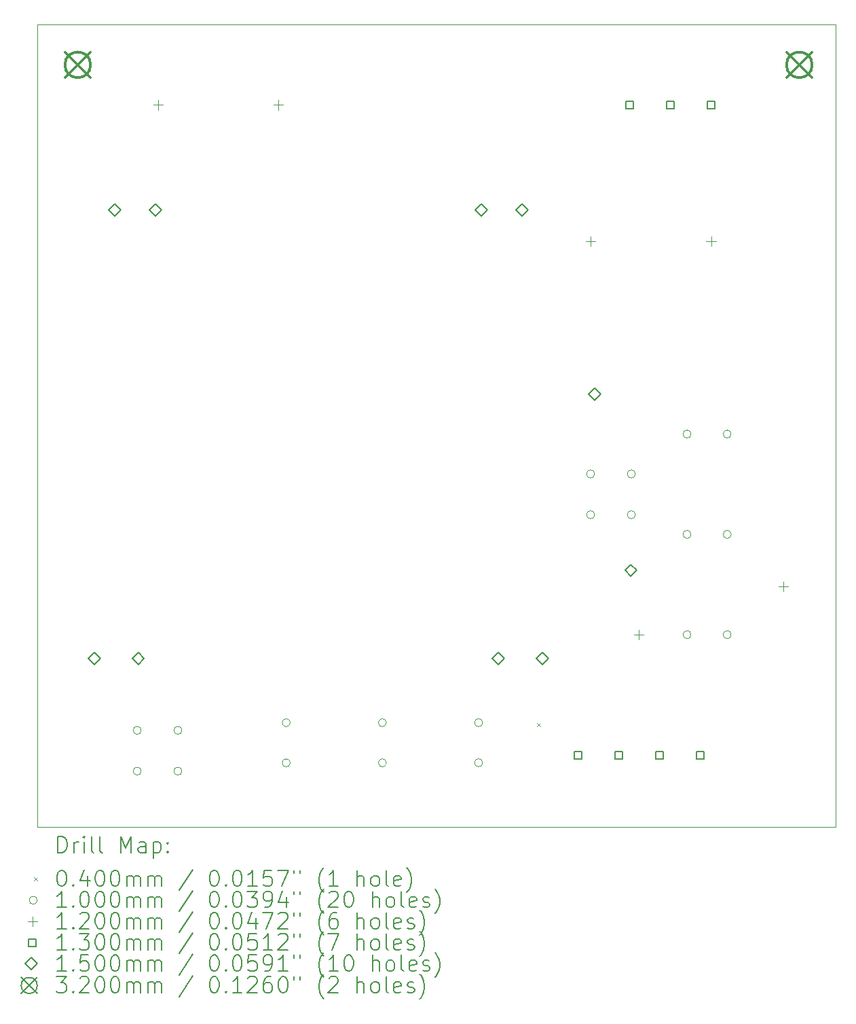
<source format=gbr>
%TF.GenerationSoftware,KiCad,Pcbnew,6.0.8+dfsg-1~bpo11+1+rpt1*%
%TF.CreationDate,2023-02-05T13:31:25+00:00*%
%TF.ProjectId,MaxDC,4d617844-432e-46b6-9963-61645f706362,0.3*%
%TF.SameCoordinates,Original*%
%TF.FileFunction,Drillmap*%
%TF.FilePolarity,Positive*%
%FSLAX45Y45*%
G04 Gerber Fmt 4.5, Leading zero omitted, Abs format (unit mm)*
G04 Created by KiCad (PCBNEW 6.0.8+dfsg-1~bpo11+1+rpt1) date 2023-02-05 13:31:25*
%MOMM*%
%LPD*%
G01*
G04 APERTURE LIST*
%ADD10C,0.100000*%
%ADD11C,0.200000*%
%ADD12C,0.040000*%
%ADD13C,0.120000*%
%ADD14C,0.130000*%
%ADD15C,0.150000*%
%ADD16C,0.320000*%
G04 APERTURE END LIST*
D10*
X19950000Y-15000000D02*
X10000000Y-15000000D01*
X10000000Y-15000000D02*
X10000000Y-5000000D01*
X10000000Y-5000000D02*
X19950000Y-5000000D01*
X19950000Y-5000000D02*
X19950000Y-15000000D01*
D11*
D12*
X16230000Y-13700000D02*
X16270000Y-13740000D01*
X16270000Y-13700000D02*
X16230000Y-13740000D01*
D10*
X11292000Y-13792000D02*
G75*
G03*
X11292000Y-13792000I-50000J0D01*
G01*
X11292000Y-14300000D02*
G75*
G03*
X11292000Y-14300000I-50000J0D01*
G01*
X11800000Y-13792000D02*
G75*
G03*
X11800000Y-13792000I-50000J0D01*
G01*
X11800000Y-14300000D02*
G75*
G03*
X11800000Y-14300000I-50000J0D01*
G01*
X13150000Y-13696768D02*
G75*
G03*
X13150000Y-13696768I-50000J0D01*
G01*
X13150000Y-14196768D02*
G75*
G03*
X13150000Y-14196768I-50000J0D01*
G01*
X14350000Y-13696768D02*
G75*
G03*
X14350000Y-13696768I-50000J0D01*
G01*
X14350000Y-14196768D02*
G75*
G03*
X14350000Y-14196768I-50000J0D01*
G01*
X15550000Y-13696768D02*
G75*
G03*
X15550000Y-13696768I-50000J0D01*
G01*
X15550000Y-14196768D02*
G75*
G03*
X15550000Y-14196768I-50000J0D01*
G01*
X16946500Y-10597500D02*
G75*
G03*
X16946500Y-10597500I-50000J0D01*
G01*
X16946500Y-11105500D02*
G75*
G03*
X16946500Y-11105500I-50000J0D01*
G01*
X17454500Y-10597500D02*
G75*
G03*
X17454500Y-10597500I-50000J0D01*
G01*
X17454500Y-11105500D02*
G75*
G03*
X17454500Y-11105500I-50000J0D01*
G01*
X18150000Y-10100000D02*
G75*
G03*
X18150000Y-10100000I-50000J0D01*
G01*
X18150000Y-11350000D02*
G75*
G03*
X18150000Y-11350000I-50000J0D01*
G01*
X18150000Y-12600000D02*
G75*
G03*
X18150000Y-12600000I-50000J0D01*
G01*
X18650000Y-10100000D02*
G75*
G03*
X18650000Y-10100000I-50000J0D01*
G01*
X18650000Y-11350000D02*
G75*
G03*
X18650000Y-11350000I-50000J0D01*
G01*
X18650000Y-12600000D02*
G75*
G03*
X18650000Y-12600000I-50000J0D01*
G01*
D13*
X11500000Y-5940000D02*
X11500000Y-6060000D01*
X11440000Y-6000000D02*
X11560000Y-6000000D01*
X13000000Y-5940000D02*
X13000000Y-6060000D01*
X12940000Y-6000000D02*
X13060000Y-6000000D01*
X16900000Y-7640000D02*
X16900000Y-7760000D01*
X16840000Y-7700000D02*
X16960000Y-7700000D01*
X17500000Y-12540000D02*
X17500000Y-12660000D01*
X17440000Y-12600000D02*
X17560000Y-12600000D01*
X18400000Y-7640000D02*
X18400000Y-7760000D01*
X18340000Y-7700000D02*
X18460000Y-7700000D01*
X19300000Y-11940000D02*
X19300000Y-12060000D01*
X19240000Y-12000000D02*
X19360000Y-12000000D01*
D14*
X16783962Y-14145962D02*
X16783962Y-14054038D01*
X16692038Y-14054038D01*
X16692038Y-14145962D01*
X16783962Y-14145962D01*
X17291962Y-14145962D02*
X17291962Y-14054038D01*
X17200038Y-14054038D01*
X17200038Y-14145962D01*
X17291962Y-14145962D01*
X17429962Y-6045962D02*
X17429962Y-5954038D01*
X17338038Y-5954038D01*
X17338038Y-6045962D01*
X17429962Y-6045962D01*
X17799962Y-14145962D02*
X17799962Y-14054038D01*
X17708038Y-14054038D01*
X17708038Y-14145962D01*
X17799962Y-14145962D01*
X17937962Y-6045962D02*
X17937962Y-5954038D01*
X17846038Y-5954038D01*
X17846038Y-6045962D01*
X17937962Y-6045962D01*
X18307962Y-14145962D02*
X18307962Y-14054038D01*
X18216038Y-14054038D01*
X18216038Y-14145962D01*
X18307962Y-14145962D01*
X18445962Y-6045962D02*
X18445962Y-5954038D01*
X18354038Y-5954038D01*
X18354038Y-6045962D01*
X18445962Y-6045962D01*
D15*
X10706000Y-12969000D02*
X10781000Y-12894000D01*
X10706000Y-12819000D01*
X10631000Y-12894000D01*
X10706000Y-12969000D01*
X10960000Y-7381000D02*
X11035000Y-7306000D01*
X10960000Y-7231000D01*
X10885000Y-7306000D01*
X10960000Y-7381000D01*
X11254000Y-12969000D02*
X11329000Y-12894000D01*
X11254000Y-12819000D01*
X11179000Y-12894000D01*
X11254000Y-12969000D01*
X11468000Y-7381000D02*
X11543000Y-7306000D01*
X11468000Y-7231000D01*
X11393000Y-7306000D01*
X11468000Y-7381000D01*
X15532000Y-7381000D02*
X15607000Y-7306000D01*
X15532000Y-7231000D01*
X15457000Y-7306000D01*
X15532000Y-7381000D01*
X15746000Y-12969000D02*
X15821000Y-12894000D01*
X15746000Y-12819000D01*
X15671000Y-12894000D01*
X15746000Y-12969000D01*
X16040000Y-7381000D02*
X16115000Y-7306000D01*
X16040000Y-7231000D01*
X15965000Y-7306000D01*
X16040000Y-7381000D01*
X16294000Y-12969000D02*
X16369000Y-12894000D01*
X16294000Y-12819000D01*
X16219000Y-12894000D01*
X16294000Y-12969000D01*
X16950000Y-9675000D02*
X17025000Y-9600000D01*
X16950000Y-9525000D01*
X16875000Y-9600000D01*
X16950000Y-9675000D01*
X17400000Y-11875000D02*
X17475000Y-11800000D01*
X17400000Y-11725000D01*
X17325000Y-11800000D01*
X17400000Y-11875000D01*
D16*
X10340000Y-5340000D02*
X10660000Y-5660000D01*
X10660000Y-5340000D02*
X10340000Y-5660000D01*
X10660000Y-5500000D02*
G75*
G03*
X10660000Y-5500000I-160000J0D01*
G01*
X19340000Y-5340000D02*
X19660000Y-5660000D01*
X19660000Y-5340000D02*
X19340000Y-5660000D01*
X19660000Y-5500000D02*
G75*
G03*
X19660000Y-5500000I-160000J0D01*
G01*
D11*
X10252619Y-15315476D02*
X10252619Y-15115476D01*
X10300238Y-15115476D01*
X10328810Y-15125000D01*
X10347857Y-15144048D01*
X10357381Y-15163095D01*
X10366905Y-15201190D01*
X10366905Y-15229762D01*
X10357381Y-15267857D01*
X10347857Y-15286905D01*
X10328810Y-15305952D01*
X10300238Y-15315476D01*
X10252619Y-15315476D01*
X10452619Y-15315476D02*
X10452619Y-15182143D01*
X10452619Y-15220238D02*
X10462143Y-15201190D01*
X10471667Y-15191667D01*
X10490714Y-15182143D01*
X10509762Y-15182143D01*
X10576429Y-15315476D02*
X10576429Y-15182143D01*
X10576429Y-15115476D02*
X10566905Y-15125000D01*
X10576429Y-15134524D01*
X10585952Y-15125000D01*
X10576429Y-15115476D01*
X10576429Y-15134524D01*
X10700238Y-15315476D02*
X10681190Y-15305952D01*
X10671667Y-15286905D01*
X10671667Y-15115476D01*
X10805000Y-15315476D02*
X10785952Y-15305952D01*
X10776429Y-15286905D01*
X10776429Y-15115476D01*
X11033571Y-15315476D02*
X11033571Y-15115476D01*
X11100238Y-15258333D01*
X11166905Y-15115476D01*
X11166905Y-15315476D01*
X11347857Y-15315476D02*
X11347857Y-15210714D01*
X11338333Y-15191667D01*
X11319286Y-15182143D01*
X11281190Y-15182143D01*
X11262143Y-15191667D01*
X11347857Y-15305952D02*
X11328809Y-15315476D01*
X11281190Y-15315476D01*
X11262143Y-15305952D01*
X11252619Y-15286905D01*
X11252619Y-15267857D01*
X11262143Y-15248809D01*
X11281190Y-15239286D01*
X11328809Y-15239286D01*
X11347857Y-15229762D01*
X11443095Y-15182143D02*
X11443095Y-15382143D01*
X11443095Y-15191667D02*
X11462143Y-15182143D01*
X11500238Y-15182143D01*
X11519286Y-15191667D01*
X11528809Y-15201190D01*
X11538333Y-15220238D01*
X11538333Y-15277381D01*
X11528809Y-15296428D01*
X11519286Y-15305952D01*
X11500238Y-15315476D01*
X11462143Y-15315476D01*
X11443095Y-15305952D01*
X11624048Y-15296428D02*
X11633571Y-15305952D01*
X11624048Y-15315476D01*
X11614524Y-15305952D01*
X11624048Y-15296428D01*
X11624048Y-15315476D01*
X11624048Y-15191667D02*
X11633571Y-15201190D01*
X11624048Y-15210714D01*
X11614524Y-15201190D01*
X11624048Y-15191667D01*
X11624048Y-15210714D01*
D12*
X9955000Y-15625000D02*
X9995000Y-15665000D01*
X9995000Y-15625000D02*
X9955000Y-15665000D01*
D11*
X10290714Y-15535476D02*
X10309762Y-15535476D01*
X10328810Y-15545000D01*
X10338333Y-15554524D01*
X10347857Y-15573571D01*
X10357381Y-15611667D01*
X10357381Y-15659286D01*
X10347857Y-15697381D01*
X10338333Y-15716428D01*
X10328810Y-15725952D01*
X10309762Y-15735476D01*
X10290714Y-15735476D01*
X10271667Y-15725952D01*
X10262143Y-15716428D01*
X10252619Y-15697381D01*
X10243095Y-15659286D01*
X10243095Y-15611667D01*
X10252619Y-15573571D01*
X10262143Y-15554524D01*
X10271667Y-15545000D01*
X10290714Y-15535476D01*
X10443095Y-15716428D02*
X10452619Y-15725952D01*
X10443095Y-15735476D01*
X10433571Y-15725952D01*
X10443095Y-15716428D01*
X10443095Y-15735476D01*
X10624048Y-15602143D02*
X10624048Y-15735476D01*
X10576429Y-15525952D02*
X10528810Y-15668809D01*
X10652619Y-15668809D01*
X10766905Y-15535476D02*
X10785952Y-15535476D01*
X10805000Y-15545000D01*
X10814524Y-15554524D01*
X10824048Y-15573571D01*
X10833571Y-15611667D01*
X10833571Y-15659286D01*
X10824048Y-15697381D01*
X10814524Y-15716428D01*
X10805000Y-15725952D01*
X10785952Y-15735476D01*
X10766905Y-15735476D01*
X10747857Y-15725952D01*
X10738333Y-15716428D01*
X10728810Y-15697381D01*
X10719286Y-15659286D01*
X10719286Y-15611667D01*
X10728810Y-15573571D01*
X10738333Y-15554524D01*
X10747857Y-15545000D01*
X10766905Y-15535476D01*
X10957381Y-15535476D02*
X10976429Y-15535476D01*
X10995476Y-15545000D01*
X11005000Y-15554524D01*
X11014524Y-15573571D01*
X11024048Y-15611667D01*
X11024048Y-15659286D01*
X11014524Y-15697381D01*
X11005000Y-15716428D01*
X10995476Y-15725952D01*
X10976429Y-15735476D01*
X10957381Y-15735476D01*
X10938333Y-15725952D01*
X10928810Y-15716428D01*
X10919286Y-15697381D01*
X10909762Y-15659286D01*
X10909762Y-15611667D01*
X10919286Y-15573571D01*
X10928810Y-15554524D01*
X10938333Y-15545000D01*
X10957381Y-15535476D01*
X11109762Y-15735476D02*
X11109762Y-15602143D01*
X11109762Y-15621190D02*
X11119286Y-15611667D01*
X11138333Y-15602143D01*
X11166905Y-15602143D01*
X11185952Y-15611667D01*
X11195476Y-15630714D01*
X11195476Y-15735476D01*
X11195476Y-15630714D02*
X11205000Y-15611667D01*
X11224048Y-15602143D01*
X11252619Y-15602143D01*
X11271667Y-15611667D01*
X11281190Y-15630714D01*
X11281190Y-15735476D01*
X11376428Y-15735476D02*
X11376428Y-15602143D01*
X11376428Y-15621190D02*
X11385952Y-15611667D01*
X11405000Y-15602143D01*
X11433571Y-15602143D01*
X11452619Y-15611667D01*
X11462143Y-15630714D01*
X11462143Y-15735476D01*
X11462143Y-15630714D02*
X11471667Y-15611667D01*
X11490714Y-15602143D01*
X11519286Y-15602143D01*
X11538333Y-15611667D01*
X11547857Y-15630714D01*
X11547857Y-15735476D01*
X11938333Y-15525952D02*
X11766905Y-15783095D01*
X12195476Y-15535476D02*
X12214524Y-15535476D01*
X12233571Y-15545000D01*
X12243095Y-15554524D01*
X12252619Y-15573571D01*
X12262143Y-15611667D01*
X12262143Y-15659286D01*
X12252619Y-15697381D01*
X12243095Y-15716428D01*
X12233571Y-15725952D01*
X12214524Y-15735476D01*
X12195476Y-15735476D01*
X12176428Y-15725952D01*
X12166905Y-15716428D01*
X12157381Y-15697381D01*
X12147857Y-15659286D01*
X12147857Y-15611667D01*
X12157381Y-15573571D01*
X12166905Y-15554524D01*
X12176428Y-15545000D01*
X12195476Y-15535476D01*
X12347857Y-15716428D02*
X12357381Y-15725952D01*
X12347857Y-15735476D01*
X12338333Y-15725952D01*
X12347857Y-15716428D01*
X12347857Y-15735476D01*
X12481190Y-15535476D02*
X12500238Y-15535476D01*
X12519286Y-15545000D01*
X12528809Y-15554524D01*
X12538333Y-15573571D01*
X12547857Y-15611667D01*
X12547857Y-15659286D01*
X12538333Y-15697381D01*
X12528809Y-15716428D01*
X12519286Y-15725952D01*
X12500238Y-15735476D01*
X12481190Y-15735476D01*
X12462143Y-15725952D01*
X12452619Y-15716428D01*
X12443095Y-15697381D01*
X12433571Y-15659286D01*
X12433571Y-15611667D01*
X12443095Y-15573571D01*
X12452619Y-15554524D01*
X12462143Y-15545000D01*
X12481190Y-15535476D01*
X12738333Y-15735476D02*
X12624048Y-15735476D01*
X12681190Y-15735476D02*
X12681190Y-15535476D01*
X12662143Y-15564048D01*
X12643095Y-15583095D01*
X12624048Y-15592619D01*
X12919286Y-15535476D02*
X12824048Y-15535476D01*
X12814524Y-15630714D01*
X12824048Y-15621190D01*
X12843095Y-15611667D01*
X12890714Y-15611667D01*
X12909762Y-15621190D01*
X12919286Y-15630714D01*
X12928809Y-15649762D01*
X12928809Y-15697381D01*
X12919286Y-15716428D01*
X12909762Y-15725952D01*
X12890714Y-15735476D01*
X12843095Y-15735476D01*
X12824048Y-15725952D01*
X12814524Y-15716428D01*
X12995476Y-15535476D02*
X13128809Y-15535476D01*
X13043095Y-15735476D01*
X13195476Y-15535476D02*
X13195476Y-15573571D01*
X13271667Y-15535476D02*
X13271667Y-15573571D01*
X13566905Y-15811667D02*
X13557381Y-15802143D01*
X13538333Y-15773571D01*
X13528809Y-15754524D01*
X13519286Y-15725952D01*
X13509762Y-15678333D01*
X13509762Y-15640238D01*
X13519286Y-15592619D01*
X13528809Y-15564048D01*
X13538333Y-15545000D01*
X13557381Y-15516428D01*
X13566905Y-15506905D01*
X13747857Y-15735476D02*
X13633571Y-15735476D01*
X13690714Y-15735476D02*
X13690714Y-15535476D01*
X13671667Y-15564048D01*
X13652619Y-15583095D01*
X13633571Y-15592619D01*
X13985952Y-15735476D02*
X13985952Y-15535476D01*
X14071667Y-15735476D02*
X14071667Y-15630714D01*
X14062143Y-15611667D01*
X14043095Y-15602143D01*
X14014524Y-15602143D01*
X13995476Y-15611667D01*
X13985952Y-15621190D01*
X14195476Y-15735476D02*
X14176428Y-15725952D01*
X14166905Y-15716428D01*
X14157381Y-15697381D01*
X14157381Y-15640238D01*
X14166905Y-15621190D01*
X14176428Y-15611667D01*
X14195476Y-15602143D01*
X14224048Y-15602143D01*
X14243095Y-15611667D01*
X14252619Y-15621190D01*
X14262143Y-15640238D01*
X14262143Y-15697381D01*
X14252619Y-15716428D01*
X14243095Y-15725952D01*
X14224048Y-15735476D01*
X14195476Y-15735476D01*
X14376428Y-15735476D02*
X14357381Y-15725952D01*
X14347857Y-15706905D01*
X14347857Y-15535476D01*
X14528809Y-15725952D02*
X14509762Y-15735476D01*
X14471667Y-15735476D01*
X14452619Y-15725952D01*
X14443095Y-15706905D01*
X14443095Y-15630714D01*
X14452619Y-15611667D01*
X14471667Y-15602143D01*
X14509762Y-15602143D01*
X14528809Y-15611667D01*
X14538333Y-15630714D01*
X14538333Y-15649762D01*
X14443095Y-15668809D01*
X14605000Y-15811667D02*
X14614524Y-15802143D01*
X14633571Y-15773571D01*
X14643095Y-15754524D01*
X14652619Y-15725952D01*
X14662143Y-15678333D01*
X14662143Y-15640238D01*
X14652619Y-15592619D01*
X14643095Y-15564048D01*
X14633571Y-15545000D01*
X14614524Y-15516428D01*
X14605000Y-15506905D01*
D10*
X9995000Y-15909000D02*
G75*
G03*
X9995000Y-15909000I-50000J0D01*
G01*
D11*
X10357381Y-15999476D02*
X10243095Y-15999476D01*
X10300238Y-15999476D02*
X10300238Y-15799476D01*
X10281190Y-15828048D01*
X10262143Y-15847095D01*
X10243095Y-15856619D01*
X10443095Y-15980428D02*
X10452619Y-15989952D01*
X10443095Y-15999476D01*
X10433571Y-15989952D01*
X10443095Y-15980428D01*
X10443095Y-15999476D01*
X10576429Y-15799476D02*
X10595476Y-15799476D01*
X10614524Y-15809000D01*
X10624048Y-15818524D01*
X10633571Y-15837571D01*
X10643095Y-15875667D01*
X10643095Y-15923286D01*
X10633571Y-15961381D01*
X10624048Y-15980428D01*
X10614524Y-15989952D01*
X10595476Y-15999476D01*
X10576429Y-15999476D01*
X10557381Y-15989952D01*
X10547857Y-15980428D01*
X10538333Y-15961381D01*
X10528810Y-15923286D01*
X10528810Y-15875667D01*
X10538333Y-15837571D01*
X10547857Y-15818524D01*
X10557381Y-15809000D01*
X10576429Y-15799476D01*
X10766905Y-15799476D02*
X10785952Y-15799476D01*
X10805000Y-15809000D01*
X10814524Y-15818524D01*
X10824048Y-15837571D01*
X10833571Y-15875667D01*
X10833571Y-15923286D01*
X10824048Y-15961381D01*
X10814524Y-15980428D01*
X10805000Y-15989952D01*
X10785952Y-15999476D01*
X10766905Y-15999476D01*
X10747857Y-15989952D01*
X10738333Y-15980428D01*
X10728810Y-15961381D01*
X10719286Y-15923286D01*
X10719286Y-15875667D01*
X10728810Y-15837571D01*
X10738333Y-15818524D01*
X10747857Y-15809000D01*
X10766905Y-15799476D01*
X10957381Y-15799476D02*
X10976429Y-15799476D01*
X10995476Y-15809000D01*
X11005000Y-15818524D01*
X11014524Y-15837571D01*
X11024048Y-15875667D01*
X11024048Y-15923286D01*
X11014524Y-15961381D01*
X11005000Y-15980428D01*
X10995476Y-15989952D01*
X10976429Y-15999476D01*
X10957381Y-15999476D01*
X10938333Y-15989952D01*
X10928810Y-15980428D01*
X10919286Y-15961381D01*
X10909762Y-15923286D01*
X10909762Y-15875667D01*
X10919286Y-15837571D01*
X10928810Y-15818524D01*
X10938333Y-15809000D01*
X10957381Y-15799476D01*
X11109762Y-15999476D02*
X11109762Y-15866143D01*
X11109762Y-15885190D02*
X11119286Y-15875667D01*
X11138333Y-15866143D01*
X11166905Y-15866143D01*
X11185952Y-15875667D01*
X11195476Y-15894714D01*
X11195476Y-15999476D01*
X11195476Y-15894714D02*
X11205000Y-15875667D01*
X11224048Y-15866143D01*
X11252619Y-15866143D01*
X11271667Y-15875667D01*
X11281190Y-15894714D01*
X11281190Y-15999476D01*
X11376428Y-15999476D02*
X11376428Y-15866143D01*
X11376428Y-15885190D02*
X11385952Y-15875667D01*
X11405000Y-15866143D01*
X11433571Y-15866143D01*
X11452619Y-15875667D01*
X11462143Y-15894714D01*
X11462143Y-15999476D01*
X11462143Y-15894714D02*
X11471667Y-15875667D01*
X11490714Y-15866143D01*
X11519286Y-15866143D01*
X11538333Y-15875667D01*
X11547857Y-15894714D01*
X11547857Y-15999476D01*
X11938333Y-15789952D02*
X11766905Y-16047095D01*
X12195476Y-15799476D02*
X12214524Y-15799476D01*
X12233571Y-15809000D01*
X12243095Y-15818524D01*
X12252619Y-15837571D01*
X12262143Y-15875667D01*
X12262143Y-15923286D01*
X12252619Y-15961381D01*
X12243095Y-15980428D01*
X12233571Y-15989952D01*
X12214524Y-15999476D01*
X12195476Y-15999476D01*
X12176428Y-15989952D01*
X12166905Y-15980428D01*
X12157381Y-15961381D01*
X12147857Y-15923286D01*
X12147857Y-15875667D01*
X12157381Y-15837571D01*
X12166905Y-15818524D01*
X12176428Y-15809000D01*
X12195476Y-15799476D01*
X12347857Y-15980428D02*
X12357381Y-15989952D01*
X12347857Y-15999476D01*
X12338333Y-15989952D01*
X12347857Y-15980428D01*
X12347857Y-15999476D01*
X12481190Y-15799476D02*
X12500238Y-15799476D01*
X12519286Y-15809000D01*
X12528809Y-15818524D01*
X12538333Y-15837571D01*
X12547857Y-15875667D01*
X12547857Y-15923286D01*
X12538333Y-15961381D01*
X12528809Y-15980428D01*
X12519286Y-15989952D01*
X12500238Y-15999476D01*
X12481190Y-15999476D01*
X12462143Y-15989952D01*
X12452619Y-15980428D01*
X12443095Y-15961381D01*
X12433571Y-15923286D01*
X12433571Y-15875667D01*
X12443095Y-15837571D01*
X12452619Y-15818524D01*
X12462143Y-15809000D01*
X12481190Y-15799476D01*
X12614524Y-15799476D02*
X12738333Y-15799476D01*
X12671667Y-15875667D01*
X12700238Y-15875667D01*
X12719286Y-15885190D01*
X12728809Y-15894714D01*
X12738333Y-15913762D01*
X12738333Y-15961381D01*
X12728809Y-15980428D01*
X12719286Y-15989952D01*
X12700238Y-15999476D01*
X12643095Y-15999476D01*
X12624048Y-15989952D01*
X12614524Y-15980428D01*
X12833571Y-15999476D02*
X12871667Y-15999476D01*
X12890714Y-15989952D01*
X12900238Y-15980428D01*
X12919286Y-15951857D01*
X12928809Y-15913762D01*
X12928809Y-15837571D01*
X12919286Y-15818524D01*
X12909762Y-15809000D01*
X12890714Y-15799476D01*
X12852619Y-15799476D01*
X12833571Y-15809000D01*
X12824048Y-15818524D01*
X12814524Y-15837571D01*
X12814524Y-15885190D01*
X12824048Y-15904238D01*
X12833571Y-15913762D01*
X12852619Y-15923286D01*
X12890714Y-15923286D01*
X12909762Y-15913762D01*
X12919286Y-15904238D01*
X12928809Y-15885190D01*
X13100238Y-15866143D02*
X13100238Y-15999476D01*
X13052619Y-15789952D02*
X13005000Y-15932809D01*
X13128809Y-15932809D01*
X13195476Y-15799476D02*
X13195476Y-15837571D01*
X13271667Y-15799476D02*
X13271667Y-15837571D01*
X13566905Y-16075667D02*
X13557381Y-16066143D01*
X13538333Y-16037571D01*
X13528809Y-16018524D01*
X13519286Y-15989952D01*
X13509762Y-15942333D01*
X13509762Y-15904238D01*
X13519286Y-15856619D01*
X13528809Y-15828048D01*
X13538333Y-15809000D01*
X13557381Y-15780428D01*
X13566905Y-15770905D01*
X13633571Y-15818524D02*
X13643095Y-15809000D01*
X13662143Y-15799476D01*
X13709762Y-15799476D01*
X13728809Y-15809000D01*
X13738333Y-15818524D01*
X13747857Y-15837571D01*
X13747857Y-15856619D01*
X13738333Y-15885190D01*
X13624048Y-15999476D01*
X13747857Y-15999476D01*
X13871667Y-15799476D02*
X13890714Y-15799476D01*
X13909762Y-15809000D01*
X13919286Y-15818524D01*
X13928809Y-15837571D01*
X13938333Y-15875667D01*
X13938333Y-15923286D01*
X13928809Y-15961381D01*
X13919286Y-15980428D01*
X13909762Y-15989952D01*
X13890714Y-15999476D01*
X13871667Y-15999476D01*
X13852619Y-15989952D01*
X13843095Y-15980428D01*
X13833571Y-15961381D01*
X13824048Y-15923286D01*
X13824048Y-15875667D01*
X13833571Y-15837571D01*
X13843095Y-15818524D01*
X13852619Y-15809000D01*
X13871667Y-15799476D01*
X14176428Y-15999476D02*
X14176428Y-15799476D01*
X14262143Y-15999476D02*
X14262143Y-15894714D01*
X14252619Y-15875667D01*
X14233571Y-15866143D01*
X14205000Y-15866143D01*
X14185952Y-15875667D01*
X14176428Y-15885190D01*
X14385952Y-15999476D02*
X14366905Y-15989952D01*
X14357381Y-15980428D01*
X14347857Y-15961381D01*
X14347857Y-15904238D01*
X14357381Y-15885190D01*
X14366905Y-15875667D01*
X14385952Y-15866143D01*
X14414524Y-15866143D01*
X14433571Y-15875667D01*
X14443095Y-15885190D01*
X14452619Y-15904238D01*
X14452619Y-15961381D01*
X14443095Y-15980428D01*
X14433571Y-15989952D01*
X14414524Y-15999476D01*
X14385952Y-15999476D01*
X14566905Y-15999476D02*
X14547857Y-15989952D01*
X14538333Y-15970905D01*
X14538333Y-15799476D01*
X14719286Y-15989952D02*
X14700238Y-15999476D01*
X14662143Y-15999476D01*
X14643095Y-15989952D01*
X14633571Y-15970905D01*
X14633571Y-15894714D01*
X14643095Y-15875667D01*
X14662143Y-15866143D01*
X14700238Y-15866143D01*
X14719286Y-15875667D01*
X14728809Y-15894714D01*
X14728809Y-15913762D01*
X14633571Y-15932809D01*
X14805000Y-15989952D02*
X14824048Y-15999476D01*
X14862143Y-15999476D01*
X14881190Y-15989952D01*
X14890714Y-15970905D01*
X14890714Y-15961381D01*
X14881190Y-15942333D01*
X14862143Y-15932809D01*
X14833571Y-15932809D01*
X14814524Y-15923286D01*
X14805000Y-15904238D01*
X14805000Y-15894714D01*
X14814524Y-15875667D01*
X14833571Y-15866143D01*
X14862143Y-15866143D01*
X14881190Y-15875667D01*
X14957381Y-16075667D02*
X14966905Y-16066143D01*
X14985952Y-16037571D01*
X14995476Y-16018524D01*
X15005000Y-15989952D01*
X15014524Y-15942333D01*
X15014524Y-15904238D01*
X15005000Y-15856619D01*
X14995476Y-15828048D01*
X14985952Y-15809000D01*
X14966905Y-15780428D01*
X14957381Y-15770905D01*
D13*
X9935000Y-16113000D02*
X9935000Y-16233000D01*
X9875000Y-16173000D02*
X9995000Y-16173000D01*
D11*
X10357381Y-16263476D02*
X10243095Y-16263476D01*
X10300238Y-16263476D02*
X10300238Y-16063476D01*
X10281190Y-16092048D01*
X10262143Y-16111095D01*
X10243095Y-16120619D01*
X10443095Y-16244428D02*
X10452619Y-16253952D01*
X10443095Y-16263476D01*
X10433571Y-16253952D01*
X10443095Y-16244428D01*
X10443095Y-16263476D01*
X10528810Y-16082524D02*
X10538333Y-16073000D01*
X10557381Y-16063476D01*
X10605000Y-16063476D01*
X10624048Y-16073000D01*
X10633571Y-16082524D01*
X10643095Y-16101571D01*
X10643095Y-16120619D01*
X10633571Y-16149190D01*
X10519286Y-16263476D01*
X10643095Y-16263476D01*
X10766905Y-16063476D02*
X10785952Y-16063476D01*
X10805000Y-16073000D01*
X10814524Y-16082524D01*
X10824048Y-16101571D01*
X10833571Y-16139667D01*
X10833571Y-16187286D01*
X10824048Y-16225381D01*
X10814524Y-16244428D01*
X10805000Y-16253952D01*
X10785952Y-16263476D01*
X10766905Y-16263476D01*
X10747857Y-16253952D01*
X10738333Y-16244428D01*
X10728810Y-16225381D01*
X10719286Y-16187286D01*
X10719286Y-16139667D01*
X10728810Y-16101571D01*
X10738333Y-16082524D01*
X10747857Y-16073000D01*
X10766905Y-16063476D01*
X10957381Y-16063476D02*
X10976429Y-16063476D01*
X10995476Y-16073000D01*
X11005000Y-16082524D01*
X11014524Y-16101571D01*
X11024048Y-16139667D01*
X11024048Y-16187286D01*
X11014524Y-16225381D01*
X11005000Y-16244428D01*
X10995476Y-16253952D01*
X10976429Y-16263476D01*
X10957381Y-16263476D01*
X10938333Y-16253952D01*
X10928810Y-16244428D01*
X10919286Y-16225381D01*
X10909762Y-16187286D01*
X10909762Y-16139667D01*
X10919286Y-16101571D01*
X10928810Y-16082524D01*
X10938333Y-16073000D01*
X10957381Y-16063476D01*
X11109762Y-16263476D02*
X11109762Y-16130143D01*
X11109762Y-16149190D02*
X11119286Y-16139667D01*
X11138333Y-16130143D01*
X11166905Y-16130143D01*
X11185952Y-16139667D01*
X11195476Y-16158714D01*
X11195476Y-16263476D01*
X11195476Y-16158714D02*
X11205000Y-16139667D01*
X11224048Y-16130143D01*
X11252619Y-16130143D01*
X11271667Y-16139667D01*
X11281190Y-16158714D01*
X11281190Y-16263476D01*
X11376428Y-16263476D02*
X11376428Y-16130143D01*
X11376428Y-16149190D02*
X11385952Y-16139667D01*
X11405000Y-16130143D01*
X11433571Y-16130143D01*
X11452619Y-16139667D01*
X11462143Y-16158714D01*
X11462143Y-16263476D01*
X11462143Y-16158714D02*
X11471667Y-16139667D01*
X11490714Y-16130143D01*
X11519286Y-16130143D01*
X11538333Y-16139667D01*
X11547857Y-16158714D01*
X11547857Y-16263476D01*
X11938333Y-16053952D02*
X11766905Y-16311095D01*
X12195476Y-16063476D02*
X12214524Y-16063476D01*
X12233571Y-16073000D01*
X12243095Y-16082524D01*
X12252619Y-16101571D01*
X12262143Y-16139667D01*
X12262143Y-16187286D01*
X12252619Y-16225381D01*
X12243095Y-16244428D01*
X12233571Y-16253952D01*
X12214524Y-16263476D01*
X12195476Y-16263476D01*
X12176428Y-16253952D01*
X12166905Y-16244428D01*
X12157381Y-16225381D01*
X12147857Y-16187286D01*
X12147857Y-16139667D01*
X12157381Y-16101571D01*
X12166905Y-16082524D01*
X12176428Y-16073000D01*
X12195476Y-16063476D01*
X12347857Y-16244428D02*
X12357381Y-16253952D01*
X12347857Y-16263476D01*
X12338333Y-16253952D01*
X12347857Y-16244428D01*
X12347857Y-16263476D01*
X12481190Y-16063476D02*
X12500238Y-16063476D01*
X12519286Y-16073000D01*
X12528809Y-16082524D01*
X12538333Y-16101571D01*
X12547857Y-16139667D01*
X12547857Y-16187286D01*
X12538333Y-16225381D01*
X12528809Y-16244428D01*
X12519286Y-16253952D01*
X12500238Y-16263476D01*
X12481190Y-16263476D01*
X12462143Y-16253952D01*
X12452619Y-16244428D01*
X12443095Y-16225381D01*
X12433571Y-16187286D01*
X12433571Y-16139667D01*
X12443095Y-16101571D01*
X12452619Y-16082524D01*
X12462143Y-16073000D01*
X12481190Y-16063476D01*
X12719286Y-16130143D02*
X12719286Y-16263476D01*
X12671667Y-16053952D02*
X12624048Y-16196809D01*
X12747857Y-16196809D01*
X12805000Y-16063476D02*
X12938333Y-16063476D01*
X12852619Y-16263476D01*
X13005000Y-16082524D02*
X13014524Y-16073000D01*
X13033571Y-16063476D01*
X13081190Y-16063476D01*
X13100238Y-16073000D01*
X13109762Y-16082524D01*
X13119286Y-16101571D01*
X13119286Y-16120619D01*
X13109762Y-16149190D01*
X12995476Y-16263476D01*
X13119286Y-16263476D01*
X13195476Y-16063476D02*
X13195476Y-16101571D01*
X13271667Y-16063476D02*
X13271667Y-16101571D01*
X13566905Y-16339667D02*
X13557381Y-16330143D01*
X13538333Y-16301571D01*
X13528809Y-16282524D01*
X13519286Y-16253952D01*
X13509762Y-16206333D01*
X13509762Y-16168238D01*
X13519286Y-16120619D01*
X13528809Y-16092048D01*
X13538333Y-16073000D01*
X13557381Y-16044428D01*
X13566905Y-16034905D01*
X13728809Y-16063476D02*
X13690714Y-16063476D01*
X13671667Y-16073000D01*
X13662143Y-16082524D01*
X13643095Y-16111095D01*
X13633571Y-16149190D01*
X13633571Y-16225381D01*
X13643095Y-16244428D01*
X13652619Y-16253952D01*
X13671667Y-16263476D01*
X13709762Y-16263476D01*
X13728809Y-16253952D01*
X13738333Y-16244428D01*
X13747857Y-16225381D01*
X13747857Y-16177762D01*
X13738333Y-16158714D01*
X13728809Y-16149190D01*
X13709762Y-16139667D01*
X13671667Y-16139667D01*
X13652619Y-16149190D01*
X13643095Y-16158714D01*
X13633571Y-16177762D01*
X13985952Y-16263476D02*
X13985952Y-16063476D01*
X14071667Y-16263476D02*
X14071667Y-16158714D01*
X14062143Y-16139667D01*
X14043095Y-16130143D01*
X14014524Y-16130143D01*
X13995476Y-16139667D01*
X13985952Y-16149190D01*
X14195476Y-16263476D02*
X14176428Y-16253952D01*
X14166905Y-16244428D01*
X14157381Y-16225381D01*
X14157381Y-16168238D01*
X14166905Y-16149190D01*
X14176428Y-16139667D01*
X14195476Y-16130143D01*
X14224048Y-16130143D01*
X14243095Y-16139667D01*
X14252619Y-16149190D01*
X14262143Y-16168238D01*
X14262143Y-16225381D01*
X14252619Y-16244428D01*
X14243095Y-16253952D01*
X14224048Y-16263476D01*
X14195476Y-16263476D01*
X14376428Y-16263476D02*
X14357381Y-16253952D01*
X14347857Y-16234905D01*
X14347857Y-16063476D01*
X14528809Y-16253952D02*
X14509762Y-16263476D01*
X14471667Y-16263476D01*
X14452619Y-16253952D01*
X14443095Y-16234905D01*
X14443095Y-16158714D01*
X14452619Y-16139667D01*
X14471667Y-16130143D01*
X14509762Y-16130143D01*
X14528809Y-16139667D01*
X14538333Y-16158714D01*
X14538333Y-16177762D01*
X14443095Y-16196809D01*
X14614524Y-16253952D02*
X14633571Y-16263476D01*
X14671667Y-16263476D01*
X14690714Y-16253952D01*
X14700238Y-16234905D01*
X14700238Y-16225381D01*
X14690714Y-16206333D01*
X14671667Y-16196809D01*
X14643095Y-16196809D01*
X14624048Y-16187286D01*
X14614524Y-16168238D01*
X14614524Y-16158714D01*
X14624048Y-16139667D01*
X14643095Y-16130143D01*
X14671667Y-16130143D01*
X14690714Y-16139667D01*
X14766905Y-16339667D02*
X14776428Y-16330143D01*
X14795476Y-16301571D01*
X14805000Y-16282524D01*
X14814524Y-16253952D01*
X14824048Y-16206333D01*
X14824048Y-16168238D01*
X14814524Y-16120619D01*
X14805000Y-16092048D01*
X14795476Y-16073000D01*
X14776428Y-16044428D01*
X14766905Y-16034905D01*
D14*
X9975962Y-16482962D02*
X9975962Y-16391038D01*
X9884038Y-16391038D01*
X9884038Y-16482962D01*
X9975962Y-16482962D01*
D11*
X10357381Y-16527476D02*
X10243095Y-16527476D01*
X10300238Y-16527476D02*
X10300238Y-16327476D01*
X10281190Y-16356048D01*
X10262143Y-16375095D01*
X10243095Y-16384619D01*
X10443095Y-16508428D02*
X10452619Y-16517952D01*
X10443095Y-16527476D01*
X10433571Y-16517952D01*
X10443095Y-16508428D01*
X10443095Y-16527476D01*
X10519286Y-16327476D02*
X10643095Y-16327476D01*
X10576429Y-16403667D01*
X10605000Y-16403667D01*
X10624048Y-16413190D01*
X10633571Y-16422714D01*
X10643095Y-16441762D01*
X10643095Y-16489381D01*
X10633571Y-16508428D01*
X10624048Y-16517952D01*
X10605000Y-16527476D01*
X10547857Y-16527476D01*
X10528810Y-16517952D01*
X10519286Y-16508428D01*
X10766905Y-16327476D02*
X10785952Y-16327476D01*
X10805000Y-16337000D01*
X10814524Y-16346524D01*
X10824048Y-16365571D01*
X10833571Y-16403667D01*
X10833571Y-16451286D01*
X10824048Y-16489381D01*
X10814524Y-16508428D01*
X10805000Y-16517952D01*
X10785952Y-16527476D01*
X10766905Y-16527476D01*
X10747857Y-16517952D01*
X10738333Y-16508428D01*
X10728810Y-16489381D01*
X10719286Y-16451286D01*
X10719286Y-16403667D01*
X10728810Y-16365571D01*
X10738333Y-16346524D01*
X10747857Y-16337000D01*
X10766905Y-16327476D01*
X10957381Y-16327476D02*
X10976429Y-16327476D01*
X10995476Y-16337000D01*
X11005000Y-16346524D01*
X11014524Y-16365571D01*
X11024048Y-16403667D01*
X11024048Y-16451286D01*
X11014524Y-16489381D01*
X11005000Y-16508428D01*
X10995476Y-16517952D01*
X10976429Y-16527476D01*
X10957381Y-16527476D01*
X10938333Y-16517952D01*
X10928810Y-16508428D01*
X10919286Y-16489381D01*
X10909762Y-16451286D01*
X10909762Y-16403667D01*
X10919286Y-16365571D01*
X10928810Y-16346524D01*
X10938333Y-16337000D01*
X10957381Y-16327476D01*
X11109762Y-16527476D02*
X11109762Y-16394143D01*
X11109762Y-16413190D02*
X11119286Y-16403667D01*
X11138333Y-16394143D01*
X11166905Y-16394143D01*
X11185952Y-16403667D01*
X11195476Y-16422714D01*
X11195476Y-16527476D01*
X11195476Y-16422714D02*
X11205000Y-16403667D01*
X11224048Y-16394143D01*
X11252619Y-16394143D01*
X11271667Y-16403667D01*
X11281190Y-16422714D01*
X11281190Y-16527476D01*
X11376428Y-16527476D02*
X11376428Y-16394143D01*
X11376428Y-16413190D02*
X11385952Y-16403667D01*
X11405000Y-16394143D01*
X11433571Y-16394143D01*
X11452619Y-16403667D01*
X11462143Y-16422714D01*
X11462143Y-16527476D01*
X11462143Y-16422714D02*
X11471667Y-16403667D01*
X11490714Y-16394143D01*
X11519286Y-16394143D01*
X11538333Y-16403667D01*
X11547857Y-16422714D01*
X11547857Y-16527476D01*
X11938333Y-16317952D02*
X11766905Y-16575095D01*
X12195476Y-16327476D02*
X12214524Y-16327476D01*
X12233571Y-16337000D01*
X12243095Y-16346524D01*
X12252619Y-16365571D01*
X12262143Y-16403667D01*
X12262143Y-16451286D01*
X12252619Y-16489381D01*
X12243095Y-16508428D01*
X12233571Y-16517952D01*
X12214524Y-16527476D01*
X12195476Y-16527476D01*
X12176428Y-16517952D01*
X12166905Y-16508428D01*
X12157381Y-16489381D01*
X12147857Y-16451286D01*
X12147857Y-16403667D01*
X12157381Y-16365571D01*
X12166905Y-16346524D01*
X12176428Y-16337000D01*
X12195476Y-16327476D01*
X12347857Y-16508428D02*
X12357381Y-16517952D01*
X12347857Y-16527476D01*
X12338333Y-16517952D01*
X12347857Y-16508428D01*
X12347857Y-16527476D01*
X12481190Y-16327476D02*
X12500238Y-16327476D01*
X12519286Y-16337000D01*
X12528809Y-16346524D01*
X12538333Y-16365571D01*
X12547857Y-16403667D01*
X12547857Y-16451286D01*
X12538333Y-16489381D01*
X12528809Y-16508428D01*
X12519286Y-16517952D01*
X12500238Y-16527476D01*
X12481190Y-16527476D01*
X12462143Y-16517952D01*
X12452619Y-16508428D01*
X12443095Y-16489381D01*
X12433571Y-16451286D01*
X12433571Y-16403667D01*
X12443095Y-16365571D01*
X12452619Y-16346524D01*
X12462143Y-16337000D01*
X12481190Y-16327476D01*
X12728809Y-16327476D02*
X12633571Y-16327476D01*
X12624048Y-16422714D01*
X12633571Y-16413190D01*
X12652619Y-16403667D01*
X12700238Y-16403667D01*
X12719286Y-16413190D01*
X12728809Y-16422714D01*
X12738333Y-16441762D01*
X12738333Y-16489381D01*
X12728809Y-16508428D01*
X12719286Y-16517952D01*
X12700238Y-16527476D01*
X12652619Y-16527476D01*
X12633571Y-16517952D01*
X12624048Y-16508428D01*
X12928809Y-16527476D02*
X12814524Y-16527476D01*
X12871667Y-16527476D02*
X12871667Y-16327476D01*
X12852619Y-16356048D01*
X12833571Y-16375095D01*
X12814524Y-16384619D01*
X13005000Y-16346524D02*
X13014524Y-16337000D01*
X13033571Y-16327476D01*
X13081190Y-16327476D01*
X13100238Y-16337000D01*
X13109762Y-16346524D01*
X13119286Y-16365571D01*
X13119286Y-16384619D01*
X13109762Y-16413190D01*
X12995476Y-16527476D01*
X13119286Y-16527476D01*
X13195476Y-16327476D02*
X13195476Y-16365571D01*
X13271667Y-16327476D02*
X13271667Y-16365571D01*
X13566905Y-16603667D02*
X13557381Y-16594143D01*
X13538333Y-16565571D01*
X13528809Y-16546524D01*
X13519286Y-16517952D01*
X13509762Y-16470333D01*
X13509762Y-16432238D01*
X13519286Y-16384619D01*
X13528809Y-16356048D01*
X13538333Y-16337000D01*
X13557381Y-16308428D01*
X13566905Y-16298905D01*
X13624048Y-16327476D02*
X13757381Y-16327476D01*
X13671667Y-16527476D01*
X13985952Y-16527476D02*
X13985952Y-16327476D01*
X14071667Y-16527476D02*
X14071667Y-16422714D01*
X14062143Y-16403667D01*
X14043095Y-16394143D01*
X14014524Y-16394143D01*
X13995476Y-16403667D01*
X13985952Y-16413190D01*
X14195476Y-16527476D02*
X14176428Y-16517952D01*
X14166905Y-16508428D01*
X14157381Y-16489381D01*
X14157381Y-16432238D01*
X14166905Y-16413190D01*
X14176428Y-16403667D01*
X14195476Y-16394143D01*
X14224048Y-16394143D01*
X14243095Y-16403667D01*
X14252619Y-16413190D01*
X14262143Y-16432238D01*
X14262143Y-16489381D01*
X14252619Y-16508428D01*
X14243095Y-16517952D01*
X14224048Y-16527476D01*
X14195476Y-16527476D01*
X14376428Y-16527476D02*
X14357381Y-16517952D01*
X14347857Y-16498905D01*
X14347857Y-16327476D01*
X14528809Y-16517952D02*
X14509762Y-16527476D01*
X14471667Y-16527476D01*
X14452619Y-16517952D01*
X14443095Y-16498905D01*
X14443095Y-16422714D01*
X14452619Y-16403667D01*
X14471667Y-16394143D01*
X14509762Y-16394143D01*
X14528809Y-16403667D01*
X14538333Y-16422714D01*
X14538333Y-16441762D01*
X14443095Y-16460809D01*
X14614524Y-16517952D02*
X14633571Y-16527476D01*
X14671667Y-16527476D01*
X14690714Y-16517952D01*
X14700238Y-16498905D01*
X14700238Y-16489381D01*
X14690714Y-16470333D01*
X14671667Y-16460809D01*
X14643095Y-16460809D01*
X14624048Y-16451286D01*
X14614524Y-16432238D01*
X14614524Y-16422714D01*
X14624048Y-16403667D01*
X14643095Y-16394143D01*
X14671667Y-16394143D01*
X14690714Y-16403667D01*
X14766905Y-16603667D02*
X14776428Y-16594143D01*
X14795476Y-16565571D01*
X14805000Y-16546524D01*
X14814524Y-16517952D01*
X14824048Y-16470333D01*
X14824048Y-16432238D01*
X14814524Y-16384619D01*
X14805000Y-16356048D01*
X14795476Y-16337000D01*
X14776428Y-16308428D01*
X14766905Y-16298905D01*
D15*
X9920000Y-16776000D02*
X9995000Y-16701000D01*
X9920000Y-16626000D01*
X9845000Y-16701000D01*
X9920000Y-16776000D01*
D11*
X10357381Y-16791476D02*
X10243095Y-16791476D01*
X10300238Y-16791476D02*
X10300238Y-16591476D01*
X10281190Y-16620048D01*
X10262143Y-16639095D01*
X10243095Y-16648619D01*
X10443095Y-16772428D02*
X10452619Y-16781952D01*
X10443095Y-16791476D01*
X10433571Y-16781952D01*
X10443095Y-16772428D01*
X10443095Y-16791476D01*
X10633571Y-16591476D02*
X10538333Y-16591476D01*
X10528810Y-16686714D01*
X10538333Y-16677190D01*
X10557381Y-16667667D01*
X10605000Y-16667667D01*
X10624048Y-16677190D01*
X10633571Y-16686714D01*
X10643095Y-16705762D01*
X10643095Y-16753381D01*
X10633571Y-16772428D01*
X10624048Y-16781952D01*
X10605000Y-16791476D01*
X10557381Y-16791476D01*
X10538333Y-16781952D01*
X10528810Y-16772428D01*
X10766905Y-16591476D02*
X10785952Y-16591476D01*
X10805000Y-16601000D01*
X10814524Y-16610524D01*
X10824048Y-16629571D01*
X10833571Y-16667667D01*
X10833571Y-16715286D01*
X10824048Y-16753381D01*
X10814524Y-16772428D01*
X10805000Y-16781952D01*
X10785952Y-16791476D01*
X10766905Y-16791476D01*
X10747857Y-16781952D01*
X10738333Y-16772428D01*
X10728810Y-16753381D01*
X10719286Y-16715286D01*
X10719286Y-16667667D01*
X10728810Y-16629571D01*
X10738333Y-16610524D01*
X10747857Y-16601000D01*
X10766905Y-16591476D01*
X10957381Y-16591476D02*
X10976429Y-16591476D01*
X10995476Y-16601000D01*
X11005000Y-16610524D01*
X11014524Y-16629571D01*
X11024048Y-16667667D01*
X11024048Y-16715286D01*
X11014524Y-16753381D01*
X11005000Y-16772428D01*
X10995476Y-16781952D01*
X10976429Y-16791476D01*
X10957381Y-16791476D01*
X10938333Y-16781952D01*
X10928810Y-16772428D01*
X10919286Y-16753381D01*
X10909762Y-16715286D01*
X10909762Y-16667667D01*
X10919286Y-16629571D01*
X10928810Y-16610524D01*
X10938333Y-16601000D01*
X10957381Y-16591476D01*
X11109762Y-16791476D02*
X11109762Y-16658143D01*
X11109762Y-16677190D02*
X11119286Y-16667667D01*
X11138333Y-16658143D01*
X11166905Y-16658143D01*
X11185952Y-16667667D01*
X11195476Y-16686714D01*
X11195476Y-16791476D01*
X11195476Y-16686714D02*
X11205000Y-16667667D01*
X11224048Y-16658143D01*
X11252619Y-16658143D01*
X11271667Y-16667667D01*
X11281190Y-16686714D01*
X11281190Y-16791476D01*
X11376428Y-16791476D02*
X11376428Y-16658143D01*
X11376428Y-16677190D02*
X11385952Y-16667667D01*
X11405000Y-16658143D01*
X11433571Y-16658143D01*
X11452619Y-16667667D01*
X11462143Y-16686714D01*
X11462143Y-16791476D01*
X11462143Y-16686714D02*
X11471667Y-16667667D01*
X11490714Y-16658143D01*
X11519286Y-16658143D01*
X11538333Y-16667667D01*
X11547857Y-16686714D01*
X11547857Y-16791476D01*
X11938333Y-16581952D02*
X11766905Y-16839095D01*
X12195476Y-16591476D02*
X12214524Y-16591476D01*
X12233571Y-16601000D01*
X12243095Y-16610524D01*
X12252619Y-16629571D01*
X12262143Y-16667667D01*
X12262143Y-16715286D01*
X12252619Y-16753381D01*
X12243095Y-16772428D01*
X12233571Y-16781952D01*
X12214524Y-16791476D01*
X12195476Y-16791476D01*
X12176428Y-16781952D01*
X12166905Y-16772428D01*
X12157381Y-16753381D01*
X12147857Y-16715286D01*
X12147857Y-16667667D01*
X12157381Y-16629571D01*
X12166905Y-16610524D01*
X12176428Y-16601000D01*
X12195476Y-16591476D01*
X12347857Y-16772428D02*
X12357381Y-16781952D01*
X12347857Y-16791476D01*
X12338333Y-16781952D01*
X12347857Y-16772428D01*
X12347857Y-16791476D01*
X12481190Y-16591476D02*
X12500238Y-16591476D01*
X12519286Y-16601000D01*
X12528809Y-16610524D01*
X12538333Y-16629571D01*
X12547857Y-16667667D01*
X12547857Y-16715286D01*
X12538333Y-16753381D01*
X12528809Y-16772428D01*
X12519286Y-16781952D01*
X12500238Y-16791476D01*
X12481190Y-16791476D01*
X12462143Y-16781952D01*
X12452619Y-16772428D01*
X12443095Y-16753381D01*
X12433571Y-16715286D01*
X12433571Y-16667667D01*
X12443095Y-16629571D01*
X12452619Y-16610524D01*
X12462143Y-16601000D01*
X12481190Y-16591476D01*
X12728809Y-16591476D02*
X12633571Y-16591476D01*
X12624048Y-16686714D01*
X12633571Y-16677190D01*
X12652619Y-16667667D01*
X12700238Y-16667667D01*
X12719286Y-16677190D01*
X12728809Y-16686714D01*
X12738333Y-16705762D01*
X12738333Y-16753381D01*
X12728809Y-16772428D01*
X12719286Y-16781952D01*
X12700238Y-16791476D01*
X12652619Y-16791476D01*
X12633571Y-16781952D01*
X12624048Y-16772428D01*
X12833571Y-16791476D02*
X12871667Y-16791476D01*
X12890714Y-16781952D01*
X12900238Y-16772428D01*
X12919286Y-16743857D01*
X12928809Y-16705762D01*
X12928809Y-16629571D01*
X12919286Y-16610524D01*
X12909762Y-16601000D01*
X12890714Y-16591476D01*
X12852619Y-16591476D01*
X12833571Y-16601000D01*
X12824048Y-16610524D01*
X12814524Y-16629571D01*
X12814524Y-16677190D01*
X12824048Y-16696238D01*
X12833571Y-16705762D01*
X12852619Y-16715286D01*
X12890714Y-16715286D01*
X12909762Y-16705762D01*
X12919286Y-16696238D01*
X12928809Y-16677190D01*
X13119286Y-16791476D02*
X13005000Y-16791476D01*
X13062143Y-16791476D02*
X13062143Y-16591476D01*
X13043095Y-16620048D01*
X13024048Y-16639095D01*
X13005000Y-16648619D01*
X13195476Y-16591476D02*
X13195476Y-16629571D01*
X13271667Y-16591476D02*
X13271667Y-16629571D01*
X13566905Y-16867667D02*
X13557381Y-16858143D01*
X13538333Y-16829571D01*
X13528809Y-16810524D01*
X13519286Y-16781952D01*
X13509762Y-16734333D01*
X13509762Y-16696238D01*
X13519286Y-16648619D01*
X13528809Y-16620048D01*
X13538333Y-16601000D01*
X13557381Y-16572428D01*
X13566905Y-16562905D01*
X13747857Y-16791476D02*
X13633571Y-16791476D01*
X13690714Y-16791476D02*
X13690714Y-16591476D01*
X13671667Y-16620048D01*
X13652619Y-16639095D01*
X13633571Y-16648619D01*
X13871667Y-16591476D02*
X13890714Y-16591476D01*
X13909762Y-16601000D01*
X13919286Y-16610524D01*
X13928809Y-16629571D01*
X13938333Y-16667667D01*
X13938333Y-16715286D01*
X13928809Y-16753381D01*
X13919286Y-16772428D01*
X13909762Y-16781952D01*
X13890714Y-16791476D01*
X13871667Y-16791476D01*
X13852619Y-16781952D01*
X13843095Y-16772428D01*
X13833571Y-16753381D01*
X13824048Y-16715286D01*
X13824048Y-16667667D01*
X13833571Y-16629571D01*
X13843095Y-16610524D01*
X13852619Y-16601000D01*
X13871667Y-16591476D01*
X14176428Y-16791476D02*
X14176428Y-16591476D01*
X14262143Y-16791476D02*
X14262143Y-16686714D01*
X14252619Y-16667667D01*
X14233571Y-16658143D01*
X14205000Y-16658143D01*
X14185952Y-16667667D01*
X14176428Y-16677190D01*
X14385952Y-16791476D02*
X14366905Y-16781952D01*
X14357381Y-16772428D01*
X14347857Y-16753381D01*
X14347857Y-16696238D01*
X14357381Y-16677190D01*
X14366905Y-16667667D01*
X14385952Y-16658143D01*
X14414524Y-16658143D01*
X14433571Y-16667667D01*
X14443095Y-16677190D01*
X14452619Y-16696238D01*
X14452619Y-16753381D01*
X14443095Y-16772428D01*
X14433571Y-16781952D01*
X14414524Y-16791476D01*
X14385952Y-16791476D01*
X14566905Y-16791476D02*
X14547857Y-16781952D01*
X14538333Y-16762905D01*
X14538333Y-16591476D01*
X14719286Y-16781952D02*
X14700238Y-16791476D01*
X14662143Y-16791476D01*
X14643095Y-16781952D01*
X14633571Y-16762905D01*
X14633571Y-16686714D01*
X14643095Y-16667667D01*
X14662143Y-16658143D01*
X14700238Y-16658143D01*
X14719286Y-16667667D01*
X14728809Y-16686714D01*
X14728809Y-16705762D01*
X14633571Y-16724809D01*
X14805000Y-16781952D02*
X14824048Y-16791476D01*
X14862143Y-16791476D01*
X14881190Y-16781952D01*
X14890714Y-16762905D01*
X14890714Y-16753381D01*
X14881190Y-16734333D01*
X14862143Y-16724809D01*
X14833571Y-16724809D01*
X14814524Y-16715286D01*
X14805000Y-16696238D01*
X14805000Y-16686714D01*
X14814524Y-16667667D01*
X14833571Y-16658143D01*
X14862143Y-16658143D01*
X14881190Y-16667667D01*
X14957381Y-16867667D02*
X14966905Y-16858143D01*
X14985952Y-16829571D01*
X14995476Y-16810524D01*
X15005000Y-16781952D01*
X15014524Y-16734333D01*
X15014524Y-16696238D01*
X15005000Y-16648619D01*
X14995476Y-16620048D01*
X14985952Y-16601000D01*
X14966905Y-16572428D01*
X14957381Y-16562905D01*
X9795000Y-16871000D02*
X9995000Y-17071000D01*
X9995000Y-16871000D02*
X9795000Y-17071000D01*
X9995000Y-16971000D02*
G75*
G03*
X9995000Y-16971000I-100000J0D01*
G01*
X10233571Y-16861476D02*
X10357381Y-16861476D01*
X10290714Y-16937667D01*
X10319286Y-16937667D01*
X10338333Y-16947190D01*
X10347857Y-16956714D01*
X10357381Y-16975762D01*
X10357381Y-17023381D01*
X10347857Y-17042429D01*
X10338333Y-17051952D01*
X10319286Y-17061476D01*
X10262143Y-17061476D01*
X10243095Y-17051952D01*
X10233571Y-17042429D01*
X10443095Y-17042429D02*
X10452619Y-17051952D01*
X10443095Y-17061476D01*
X10433571Y-17051952D01*
X10443095Y-17042429D01*
X10443095Y-17061476D01*
X10528810Y-16880524D02*
X10538333Y-16871000D01*
X10557381Y-16861476D01*
X10605000Y-16861476D01*
X10624048Y-16871000D01*
X10633571Y-16880524D01*
X10643095Y-16899571D01*
X10643095Y-16918619D01*
X10633571Y-16947190D01*
X10519286Y-17061476D01*
X10643095Y-17061476D01*
X10766905Y-16861476D02*
X10785952Y-16861476D01*
X10805000Y-16871000D01*
X10814524Y-16880524D01*
X10824048Y-16899571D01*
X10833571Y-16937667D01*
X10833571Y-16985286D01*
X10824048Y-17023381D01*
X10814524Y-17042429D01*
X10805000Y-17051952D01*
X10785952Y-17061476D01*
X10766905Y-17061476D01*
X10747857Y-17051952D01*
X10738333Y-17042429D01*
X10728810Y-17023381D01*
X10719286Y-16985286D01*
X10719286Y-16937667D01*
X10728810Y-16899571D01*
X10738333Y-16880524D01*
X10747857Y-16871000D01*
X10766905Y-16861476D01*
X10957381Y-16861476D02*
X10976429Y-16861476D01*
X10995476Y-16871000D01*
X11005000Y-16880524D01*
X11014524Y-16899571D01*
X11024048Y-16937667D01*
X11024048Y-16985286D01*
X11014524Y-17023381D01*
X11005000Y-17042429D01*
X10995476Y-17051952D01*
X10976429Y-17061476D01*
X10957381Y-17061476D01*
X10938333Y-17051952D01*
X10928810Y-17042429D01*
X10919286Y-17023381D01*
X10909762Y-16985286D01*
X10909762Y-16937667D01*
X10919286Y-16899571D01*
X10928810Y-16880524D01*
X10938333Y-16871000D01*
X10957381Y-16861476D01*
X11109762Y-17061476D02*
X11109762Y-16928143D01*
X11109762Y-16947190D02*
X11119286Y-16937667D01*
X11138333Y-16928143D01*
X11166905Y-16928143D01*
X11185952Y-16937667D01*
X11195476Y-16956714D01*
X11195476Y-17061476D01*
X11195476Y-16956714D02*
X11205000Y-16937667D01*
X11224048Y-16928143D01*
X11252619Y-16928143D01*
X11271667Y-16937667D01*
X11281190Y-16956714D01*
X11281190Y-17061476D01*
X11376428Y-17061476D02*
X11376428Y-16928143D01*
X11376428Y-16947190D02*
X11385952Y-16937667D01*
X11405000Y-16928143D01*
X11433571Y-16928143D01*
X11452619Y-16937667D01*
X11462143Y-16956714D01*
X11462143Y-17061476D01*
X11462143Y-16956714D02*
X11471667Y-16937667D01*
X11490714Y-16928143D01*
X11519286Y-16928143D01*
X11538333Y-16937667D01*
X11547857Y-16956714D01*
X11547857Y-17061476D01*
X11938333Y-16851952D02*
X11766905Y-17109095D01*
X12195476Y-16861476D02*
X12214524Y-16861476D01*
X12233571Y-16871000D01*
X12243095Y-16880524D01*
X12252619Y-16899571D01*
X12262143Y-16937667D01*
X12262143Y-16985286D01*
X12252619Y-17023381D01*
X12243095Y-17042429D01*
X12233571Y-17051952D01*
X12214524Y-17061476D01*
X12195476Y-17061476D01*
X12176428Y-17051952D01*
X12166905Y-17042429D01*
X12157381Y-17023381D01*
X12147857Y-16985286D01*
X12147857Y-16937667D01*
X12157381Y-16899571D01*
X12166905Y-16880524D01*
X12176428Y-16871000D01*
X12195476Y-16861476D01*
X12347857Y-17042429D02*
X12357381Y-17051952D01*
X12347857Y-17061476D01*
X12338333Y-17051952D01*
X12347857Y-17042429D01*
X12347857Y-17061476D01*
X12547857Y-17061476D02*
X12433571Y-17061476D01*
X12490714Y-17061476D02*
X12490714Y-16861476D01*
X12471667Y-16890048D01*
X12452619Y-16909095D01*
X12433571Y-16918619D01*
X12624048Y-16880524D02*
X12633571Y-16871000D01*
X12652619Y-16861476D01*
X12700238Y-16861476D01*
X12719286Y-16871000D01*
X12728809Y-16880524D01*
X12738333Y-16899571D01*
X12738333Y-16918619D01*
X12728809Y-16947190D01*
X12614524Y-17061476D01*
X12738333Y-17061476D01*
X12909762Y-16861476D02*
X12871667Y-16861476D01*
X12852619Y-16871000D01*
X12843095Y-16880524D01*
X12824048Y-16909095D01*
X12814524Y-16947190D01*
X12814524Y-17023381D01*
X12824048Y-17042429D01*
X12833571Y-17051952D01*
X12852619Y-17061476D01*
X12890714Y-17061476D01*
X12909762Y-17051952D01*
X12919286Y-17042429D01*
X12928809Y-17023381D01*
X12928809Y-16975762D01*
X12919286Y-16956714D01*
X12909762Y-16947190D01*
X12890714Y-16937667D01*
X12852619Y-16937667D01*
X12833571Y-16947190D01*
X12824048Y-16956714D01*
X12814524Y-16975762D01*
X13052619Y-16861476D02*
X13071667Y-16861476D01*
X13090714Y-16871000D01*
X13100238Y-16880524D01*
X13109762Y-16899571D01*
X13119286Y-16937667D01*
X13119286Y-16985286D01*
X13109762Y-17023381D01*
X13100238Y-17042429D01*
X13090714Y-17051952D01*
X13071667Y-17061476D01*
X13052619Y-17061476D01*
X13033571Y-17051952D01*
X13024048Y-17042429D01*
X13014524Y-17023381D01*
X13005000Y-16985286D01*
X13005000Y-16937667D01*
X13014524Y-16899571D01*
X13024048Y-16880524D01*
X13033571Y-16871000D01*
X13052619Y-16861476D01*
X13195476Y-16861476D02*
X13195476Y-16899571D01*
X13271667Y-16861476D02*
X13271667Y-16899571D01*
X13566905Y-17137667D02*
X13557381Y-17128143D01*
X13538333Y-17099571D01*
X13528809Y-17080524D01*
X13519286Y-17051952D01*
X13509762Y-17004333D01*
X13509762Y-16966238D01*
X13519286Y-16918619D01*
X13528809Y-16890048D01*
X13538333Y-16871000D01*
X13557381Y-16842429D01*
X13566905Y-16832905D01*
X13633571Y-16880524D02*
X13643095Y-16871000D01*
X13662143Y-16861476D01*
X13709762Y-16861476D01*
X13728809Y-16871000D01*
X13738333Y-16880524D01*
X13747857Y-16899571D01*
X13747857Y-16918619D01*
X13738333Y-16947190D01*
X13624048Y-17061476D01*
X13747857Y-17061476D01*
X13985952Y-17061476D02*
X13985952Y-16861476D01*
X14071667Y-17061476D02*
X14071667Y-16956714D01*
X14062143Y-16937667D01*
X14043095Y-16928143D01*
X14014524Y-16928143D01*
X13995476Y-16937667D01*
X13985952Y-16947190D01*
X14195476Y-17061476D02*
X14176428Y-17051952D01*
X14166905Y-17042429D01*
X14157381Y-17023381D01*
X14157381Y-16966238D01*
X14166905Y-16947190D01*
X14176428Y-16937667D01*
X14195476Y-16928143D01*
X14224048Y-16928143D01*
X14243095Y-16937667D01*
X14252619Y-16947190D01*
X14262143Y-16966238D01*
X14262143Y-17023381D01*
X14252619Y-17042429D01*
X14243095Y-17051952D01*
X14224048Y-17061476D01*
X14195476Y-17061476D01*
X14376428Y-17061476D02*
X14357381Y-17051952D01*
X14347857Y-17032905D01*
X14347857Y-16861476D01*
X14528809Y-17051952D02*
X14509762Y-17061476D01*
X14471667Y-17061476D01*
X14452619Y-17051952D01*
X14443095Y-17032905D01*
X14443095Y-16956714D01*
X14452619Y-16937667D01*
X14471667Y-16928143D01*
X14509762Y-16928143D01*
X14528809Y-16937667D01*
X14538333Y-16956714D01*
X14538333Y-16975762D01*
X14443095Y-16994810D01*
X14614524Y-17051952D02*
X14633571Y-17061476D01*
X14671667Y-17061476D01*
X14690714Y-17051952D01*
X14700238Y-17032905D01*
X14700238Y-17023381D01*
X14690714Y-17004333D01*
X14671667Y-16994810D01*
X14643095Y-16994810D01*
X14624048Y-16985286D01*
X14614524Y-16966238D01*
X14614524Y-16956714D01*
X14624048Y-16937667D01*
X14643095Y-16928143D01*
X14671667Y-16928143D01*
X14690714Y-16937667D01*
X14766905Y-17137667D02*
X14776428Y-17128143D01*
X14795476Y-17099571D01*
X14805000Y-17080524D01*
X14814524Y-17051952D01*
X14824048Y-17004333D01*
X14824048Y-16966238D01*
X14814524Y-16918619D01*
X14805000Y-16890048D01*
X14795476Y-16871000D01*
X14776428Y-16842429D01*
X14766905Y-16832905D01*
M02*

</source>
